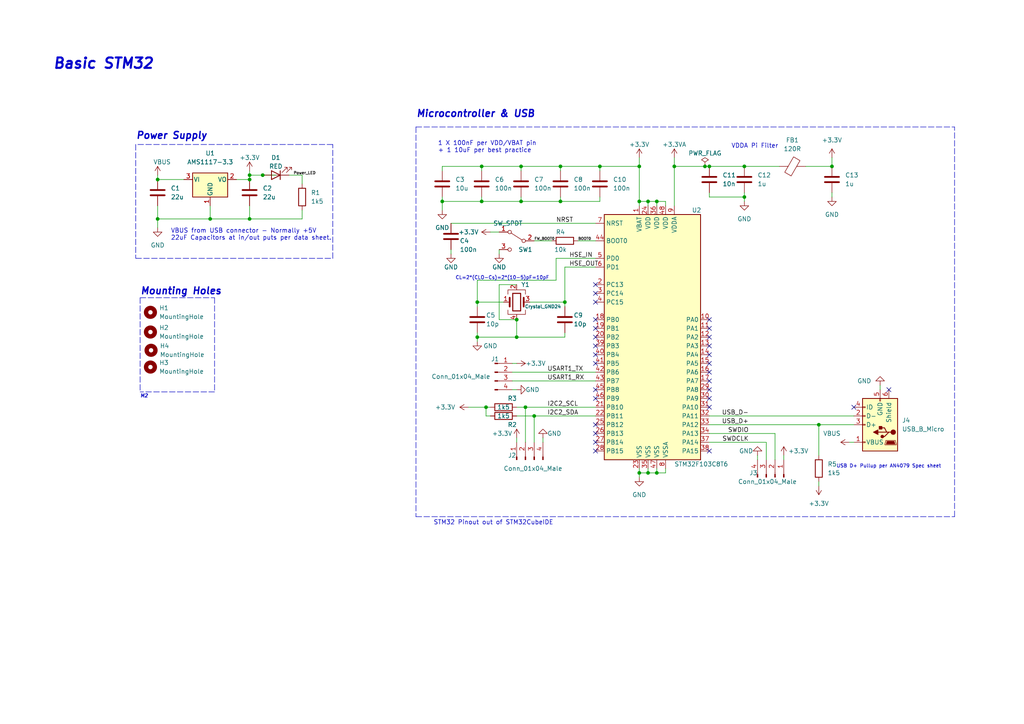
<source format=kicad_sch>
(kicad_sch (version 20211123) (generator eeschema)
  (paper "A4")
  (title_block (title "Basic STM32 Board") (date "2022-10-02") (rev "0.1") (company "Sebastian Rincon"))
  (lib_symbols
    (symbol "Connector:Conn_01x04_Male" (pin_names (offset 1.016) hide)
      (property "Reference" "J" (at 0 5.08 0))
      (property "Value" "Conn_01x04_Male" (at 0 -7.62 0))
      (symbol "Conn_01x04_Male_1_1"
        (polyline (pts (xy 1.27 -5.08) (xy 0.8636 -5.08)) (stroke (width 0.1524)))
        (polyline (pts (xy 1.27 -2.54) (xy 0.8636 -2.54)) (stroke (width 0.1524)))
        (polyline (pts (xy 1.27 0) (xy 0.8636 0)) (stroke (width 0.1524)))
        (polyline (pts (xy 1.27 2.54) (xy 0.8636 2.54)) (stroke (width 0.1524)))
        (rectangle (start 0.8636 -4.953) (end 0 -5.207) (stroke (width 0.1524)) (fill (type outline)))
        (rectangle (start 0.8636 -2.413) (end 0 -2.667) (stroke (width 0.1524)) (fill (type outline)))
        (rectangle (start 0.8636 0.127) (end 0 -0.127) (stroke (width 0.1524)) (fill (type outline)))
        (rectangle (start 0.8636 2.667) (end 0 2.413) (stroke (width 0.1524)) (fill (type outline)))
        (pin passive line (at 5.08 2.54 180) (length 3.81) (name "Pin_1") (number "1"))
        (pin passive line (at 5.08 0 180) (length 3.81) (name "Pin_2") (number "2"))
        (pin passive line (at 5.08 -2.54 180) (length 3.81) (name "Pin_3") (number "3"))
        (pin passive line (at 5.08 -5.08 180) (length 3.81) (name "Pin_4") (number "4"))
      )
    )
    (symbol "Connector:USB_B_Micro" (pin_names (offset 1.016))
      (property "Reference" "J" (at -5.08 11.43 0))
      (property "Value" "USB_B_Micro" (at -5.08 8.89 0))
      (symbol "USB_B_Micro_0_1"
        (rectangle (start -5.08 -7.62) (end 5.08 7.62) (stroke (width 0.254)) (fill (type background)))
        (circle (center -3.81 2.159) (radius 0.635) (stroke (width 0.254)) (fill (type outline)))
        (circle (center -0.635 3.429) (radius 0.381) (stroke (width 0.254)) (fill (type outline)))
        (rectangle (start -0.127 -7.62) (end 0.127 -6.858))
        (polyline (pts (xy -1.905 2.159) (xy 0.635 2.159)) (stroke (width 0.254)))
        (polyline (pts (xy -3.175 2.159) (xy -2.54 2.159) (xy -1.27 3.429) (xy -0.635 3.429)) (stroke (width 0.254)))
        (polyline (pts (xy -2.54 2.159) (xy -1.905 2.159) (xy -1.27 0.889) (xy 0 0.889)) (stroke (width 0.254)))
        (polyline (pts (xy 0.635 2.794) (xy 0.635 1.524) (xy 1.905 2.159) (xy 0.635 2.794)) (stroke (width 0.254)) (fill (type outline)))
        (polyline (pts (xy -4.318 5.588) (xy -1.778 5.588) (xy -2.032 4.826) (xy -4.064 4.826) (xy -4.318 5.588)) (fill (type outline)))
        (polyline (pts (xy -4.699 5.842) (xy -4.699 5.588) (xy -4.445 4.826) (xy -4.445 4.572) (xy -1.651 4.572) (xy -1.651 4.826) (xy -1.397 5.588) (xy -1.397 5.842) (xy -4.699 5.842)))
        (rectangle (start 0.254 1.27) (end -0.508 0.508) (stroke (width 0.254)) (fill (type outline)))
        (rectangle (start 5.08 -5.207) (end 4.318 -4.953))
        (rectangle (start 5.08 -2.667) (end 4.318 -2.413))
        (rectangle (start 5.08 -0.127) (end 4.318 0.127))
        (rectangle (start 5.08 4.953) (end 4.318 5.207))
      )
      (symbol "USB_B_Micro_1_1"
        (pin power_out line (at 7.62 5.08 180) (length 2.54) (name "VBUS") (number "1"))
        (pin bidirectional line (at 7.62 -2.54 180) (length 2.54) (name "D-") (number "2"))
        (pin bidirectional line (at 7.62 0 180) (length 2.54) (name "D+") (number "3"))
        (pin passive line (at 7.62 -5.08 180) (length 2.54) (name "ID") (number "4"))
        (pin power_out line (at 0 -10.16 90) (length 2.54) (name "GND") (number "5"))
        (pin passive line (at -2.54 -10.16 90) (length 2.54) (name "Shield") (number "6"))
      )
    )
    (symbol "Device:C" (pin_numbers hide) (pin_names (offset 0.254))
      (property "Reference" "C" (at 0.635 2.54 0))
      (property "Value" "C" (at 0.635 -2.54 0))
      (symbol "C_0_1"
        (polyline (pts (xy -2.032 -0.762) (xy 2.032 -0.762)) (stroke (width 0.508)))
        (polyline (pts (xy -2.032 0.762) (xy 2.032 0.762)) (stroke (width 0.508)))
      )
      (symbol "C_1_1"
        (pin passive line (at 0 3.81 270) (length 2.794) (name "~") (number "1"))
        (pin passive line (at 0 -3.81 90) (length 2.794) (name "~") (number "2"))
      )
    )
    (symbol "Device:Crystal_GND24" (pin_names (offset 1.016) hide)
      (property "Reference" "Y" (at 3.175 5.08 0))
      (property "Value" "Crystal_GND24" (at 3.175 3.175 0))
      (symbol "Crystal_GND24_0_1"
        (rectangle (start -1.143 2.54) (end 1.143 -2.54) (stroke (width 0.3048)))
        (polyline (pts (xy -2.54 0) (xy -2.032 0)))
        (polyline (pts (xy -2.032 -1.27) (xy -2.032 1.27)) (stroke (width 0.508)))
        (polyline (pts (xy 0 -3.81) (xy 0 -3.556)))
        (polyline (pts (xy 0 3.556) (xy 0 3.81)))
        (polyline (pts (xy 2.032 -1.27) (xy 2.032 1.27)) (stroke (width 0.508)))
        (polyline (pts (xy 2.032 0) (xy 2.54 0)))
        (polyline (pts (xy -2.54 -2.286) (xy -2.54 -3.556) (xy 2.54 -3.556) (xy 2.54 -2.286)))
        (polyline (pts (xy -2.54 2.286) (xy -2.54 3.556) (xy 2.54 3.556) (xy 2.54 2.286)))
      )
      (symbol "Crystal_GND24_1_1"
        (pin passive line (at -3.81 0 0) (length 1.27) (name "1") (number "1"))
        (pin passive line (at 0 5.08 270) (length 1.27) (name "2") (number "2"))
        (pin passive line (at 3.81 0 180) (length 1.27) (name "3") (number "3"))
        (pin passive line (at 0 -5.08 90) (length 1.27) (name "4") (number "4"))
      )
    )
    (symbol "Device:FerriteBead" (pin_numbers hide) (pin_names (offset 0))
      (property "Reference" "FB" (at -3.81 0.635 90))
      (property "Value" "FerriteBead" (at 3.81 0 90))
      (symbol "FerriteBead_0_1"
        (polyline (pts (xy 0 -1.27) (xy 0 -1.2192)))
        (polyline (pts (xy 0 1.27) (xy 0 1.2954)))
        (polyline (pts (xy -2.7686 0.4064) (xy -1.7018 2.2606) (xy 2.7686 -0.3048) (xy 1.6764 -2.159) (xy -2.7686 0.4064)))
      )
      (symbol "FerriteBead_1_1"
        (pin passive line (at 0 3.81 270) (length 2.54) (name "~") (number "1"))
        (pin passive line (at 0 -3.81 90) (length 2.54) (name "~") (number "2"))
      )
    )
    (symbol "Device:LED" (pin_numbers hide) (pin_names (offset 1.016) hide)
      (property "Reference" "D" (at 0 2.54 0))
      (property "Value" "LED" (at 0 -2.54 0))
      (symbol "LED_0_1"
        (polyline (pts (xy -1.27 -1.27) (xy -1.27 1.27)) (stroke (width 0.254)))
        (polyline (pts (xy -1.27 0) (xy 1.27 0)))
        (polyline (pts (xy 1.27 -1.27) (xy 1.27 1.27) (xy -1.27 0) (xy 1.27 -1.27)) (stroke (width 0.254)))
        (polyline (pts (xy -3.048 -0.762) (xy -4.572 -2.286) (xy -3.81 -2.286) (xy -4.572 -2.286) (xy -4.572 -1.524)))
        (polyline (pts (xy -1.778 -0.762) (xy -3.302 -2.286) (xy -2.54 -2.286) (xy -3.302 -2.286) (xy -3.302 -1.524)))
      )
      (symbol "LED_1_1"
        (pin passive line (at -3.81 0 0) (length 2.54) (name "K") (number "1"))
        (pin passive line (at 3.81 0 180) (length 2.54) (name "A") (number "2"))
      )
    )
    (symbol "Device:R" (pin_numbers hide) (pin_names (offset 0))
      (property "Reference" "R" (at 2.032 0 90))
      (property "Value" "R" (at 0 0 90))
      (symbol "R_0_1"
        (rectangle (start -1.016 -2.54) (end 1.016 2.54) (stroke (width 0.254)))
      )
      (symbol "R_1_1"
        (pin passive line (at 0 3.81 270) (length 1.27) (name "~") (number "1"))
        (pin passive line (at 0 -3.81 90) (length 1.27) (name "~") (number "2"))
      )
    )
    (symbol "MCU_ST_STM32F1:STM32F103C8Tx"
      (property "Reference" "U" (at -15.24 36.83 0))
      (property "Value" "STM32F103C8Tx" (at 7.62 36.83 0))
      (symbol "STM32F103C8Tx_0_1"
        (rectangle (start -15.24 -35.56) (end 12.7 35.56) (stroke (width 0.254)) (fill (type background)))
      )
      (symbol "STM32F103C8Tx_1_1"
        (pin power_in line (at -5.08 38.1 270) (length 2.54) (name "VBAT") (number "1"))
        (pin bidirectional line (at 15.24 5.08 180) (length 2.54) (name "PA0") (number "10"))
        (pin bidirectional line (at 15.24 2.54 180) (length 2.54) (name "PA1") (number "11"))
        (pin bidirectional line (at 15.24 0 180) (length 2.54) (name "PA2") (number "12"))
        (pin bidirectional line (at 15.24 -2.54 180) (length 2.54) (name "PA3") (number "13"))
        (pin bidirectional line (at 15.24 -5.08 180) (length 2.54) (name "PA4") (number "14"))
        (pin bidirectional line (at 15.24 -7.62 180) (length 2.54) (name "PA5") (number "15"))
        (pin bidirectional line (at 15.24 -10.16 180) (length 2.54) (name "PA6") (number "16"))
        (pin bidirectional line (at 15.24 -12.7 180) (length 2.54) (name "PA7") (number "17"))
        (pin bidirectional line (at -17.78 5.08 0) (length 2.54) (name "PB0") (number "18"))
        (pin bidirectional line (at -17.78 2.54 0) (length 2.54) (name "PB1") (number "19"))
        (pin bidirectional line (at -17.78 15.24 0) (length 2.54) (name "PC13") (number "2"))
        (pin bidirectional line (at -17.78 0 0) (length 2.54) (name "PB2") (number "20"))
        (pin bidirectional line (at -17.78 -20.32 0) (length 2.54) (name "PB10") (number "21"))
        (pin bidirectional line (at -17.78 -22.86 0) (length 2.54) (name "PB11") (number "22"))
        (pin power_in line (at -5.08 -38.1 90) (length 2.54) (name "VSS") (number "23"))
        (pin power_in line (at -2.54 38.1 270) (length 2.54) (name "VDD") (number "24"))
        (pin bidirectional line (at -17.78 -25.4 0) (length 2.54) (name "PB12") (number "25"))
        (pin bidirectional line (at -17.78 -27.94 0) (length 2.54) (name "PB13") (number "26"))
        (pin bidirectional line (at -17.78 -30.48 0) (length 2.54) (name "PB14") (number "27"))
        (pin bidirectional line (at -17.78 -33.02 0) (length 2.54) (name "PB15") (number "28"))
        (pin bidirectional line (at 15.24 -15.24 180) (length 2.54) (name "PA8") (number "29"))
        (pin bidirectional line (at -17.78 12.7 0) (length 2.54) (name "PC14") (number "3"))
        (pin bidirectional line (at 15.24 -17.78 180) (length 2.54) (name "PA9") (number "30"))
        (pin bidirectional line (at 15.24 -20.32 180) (length 2.54) (name "PA10") (number "31"))
        (pin bidirectional line (at 15.24 -22.86 180) (length 2.54) (name "PA11") (number "32"))
        (pin bidirectional line (at 15.24 -25.4 180) (length 2.54) (name "PA12") (number "33"))
        (pin bidirectional line (at 15.24 -27.94 180) (length 2.54) (name "PA13") (number "34"))
        (pin power_in line (at -2.54 -38.1 90) (length 2.54) (name "VSS") (number "35"))
        (pin power_in line (at 0 38.1 270) (length 2.54) (name "VDD") (number "36"))
        (pin bidirectional line (at 15.24 -30.48 180) (length 2.54) (name "PA14") (number "37"))
        (pin bidirectional line (at 15.24 -33.02 180) (length 2.54) (name "PA15") (number "38"))
        (pin bidirectional line (at -17.78 -2.54 0) (length 2.54) (name "PB3") (number "39"))
        (pin bidirectional line (at -17.78 10.16 0) (length 2.54) (name "PC15") (number "4"))
        (pin bidirectional line (at -17.78 -5.08 0) (length 2.54) (name "PB4") (number "40"))
        (pin bidirectional line (at -17.78 -7.62 0) (length 2.54) (name "PB5") (number "41"))
        (pin bidirectional line (at -17.78 -10.16 0) (length 2.54) (name "PB6") (number "42"))
        (pin bidirectional line (at -17.78 -12.7 0) (length 2.54) (name "PB7") (number "43"))
        (pin input line (at -17.78 27.94 0) (length 2.54) (name "BOOT0") (number "44"))
        (pin bidirectional line (at -17.78 -15.24 0) (length 2.54) (name "PB8") (number "45"))
        (pin bidirectional line (at -17.78 -17.78 0) (length 2.54) (name "PB9") (number "46"))
        (pin power_in line (at 0 -38.1 90) (length 2.54) (name "VSS") (number "47"))
        (pin power_in line (at 2.54 38.1 270) (length 2.54) (name "VDD") (number "48"))
        (pin input line (at -17.78 22.86 0) (length 2.54) (name "PD0") (number "5"))
        (pin input line (at -17.78 20.32 0) (length 2.54) (name "PD1") (number "6"))
        (pin input line (at -17.78 33.02 0) (length 2.54) (name "NRST") (number "7"))
        (pin power_in line (at 2.54 -38.1 90) (length 2.54) (name "VSSA") (number "8"))
        (pin power_in line (at 5.08 38.1 270) (length 2.54) (name "VDDA") (number "9"))
      )
    )
    (symbol "Mechanical:MountingHole" (pin_names (offset 1.016))
      (property "Reference" "H" (at 0 5.08 0))
      (property "Value" "MountingHole" (at 0 3.175 0))
      (symbol "MountingHole_0_1"
        (circle (center 0 0) (radius 1.27) (stroke (width 1.27)))
      )
    )
    (symbol "Regulator_Linear:AMS1117-3.3" (pin_names (offset 0.254))
      (property "Reference" "U" (at -3.81 3.175 0))
      (property "Value" "AMS1117-3.3" (at 0 3.175 0))
      (symbol "AMS1117-3.3_0_1"
        (rectangle (start -5.08 -5.08) (end 5.08 1.905) (stroke (width 0.254)) (fill (type background)))
      )
      (symbol "AMS1117-3.3_1_1"
        (pin power_in line (at 0 -7.62 90) (length 2.54) (name "GND") (number "1"))
        (pin power_out line (at 7.62 0 180) (length 2.54) (name "VO") (number "2"))
        (pin power_in line (at -7.62 0 0) (length 2.54) (name "VI") (number "3"))
      )
    )
    (symbol "Switch:SW_SPDT" (pin_names (offset 0) hide)
      (property "Reference" "SW" (at 0 4.318 0))
      (property "Value" "SW_SPDT" (at 0 -5.08 0))
      (symbol "SW_SPDT_0_0"
        (circle (center -2.032 0) (radius 0.508))
        (circle (center 2.032 -2.54) (radius 0.508))
      )
      (symbol "SW_SPDT_0_1"
        (polyline (pts (xy -1.524 0.254) (xy 1.651 2.286)))
        (circle (center 2.032 2.54) (radius 0.508))
      )
      (symbol "SW_SPDT_1_1"
        (pin passive line (at 5.08 2.54 180) (length 2.54) (name "A") (number "1"))
        (pin passive line (at -5.08 0 0) (length 2.54) (name "B") (number "2"))
        (pin passive line (at 5.08 -2.54 180) (length 2.54) (name "C") (number "3"))
      )
    )
    (symbol "power:+3.3V" (power) (pin_names (offset 0))
      (property "Value" "+3.3V" (at 0 3.556 0))
      (symbol "+3.3V_0_1"
        (polyline (pts (xy -0.762 1.27) (xy 0 2.54)))
        (polyline (pts (xy 0 0) (xy 0 2.54)))
        (polyline (pts (xy 0 2.54) (xy 0.762 1.27)))
      )
      (symbol "+3.3V_1_1"
        (pin power_in line (at 0 0 90) (length 0) hide (name "+3.3V") (number "1"))
      )
    )
    (symbol "power:+3.3VA" (power) (pin_names (offset 0))
      (property "Value" "+3.3VA" (at 0 3.556 0))
      (symbol "+3.3VA_0_1"
        (polyline (pts (xy -0.762 1.27) (xy 0 2.54)))
        (polyline (pts (xy 0 0) (xy 0 2.54)))
        (polyline (pts (xy 0 2.54) (xy 0.762 1.27)))
      )
      (symbol "+3.3VA_1_1"
        (pin power_in line (at 0 0 90) (length 0) hide (name "+3.3VA") (number "1"))
      )
    )
    (symbol "power:GND" (power) (pin_names (offset 0))
      (property "Value" "GND" (at 0 -3.81 0))
      (symbol "GND_0_1"
        (polyline (pts (xy 0 0) (xy 0 -1.27) (xy 1.27 -1.27) (xy 0 -2.54) (xy -1.27 -1.27) (xy 0 -1.27)))
      )
      (symbol "GND_1_1"
        (pin power_in line (at 0 0 270) (length 0) hide (name "GND") (number "1"))
      )
    )
    (symbol "power:PWR_FLAG" (power) (pin_numbers hide) (pin_names (offset 0) hide)
      (property "Value" "PWR_FLAG" (at 0 3.81 0))
      (symbol "PWR_FLAG_0_0"
        (pin power_out line (at 0 0 90) (length 0) (name "pwr") (number "1"))
      )
      (symbol "PWR_FLAG_0_1"
        (polyline (pts (xy 0 0) (xy 0 1.27) (xy -1.016 1.905) (xy 0 2.54) (xy 1.016 1.905) (xy 0 1.27)))
      )
    )
    (symbol "power:VBUS" (power) (pin_names (offset 0))
      (property "Value" "VBUS" (at 0 3.81 0))
      (symbol "VBUS_0_1"
        (polyline (pts (xy -0.762 1.27) (xy 0 2.54)))
        (polyline (pts (xy 0 0) (xy 0 2.54)))
        (polyline (pts (xy 0 2.54) (xy 0.762 1.27)))
      )
      (symbol "VBUS_1_1"
        (pin power_in line (at 0 0 90) (length 0) hide (name "VBUS") (number "1"))
      )
    )
  )
  (junction (at 163.83 87.63))
  (junction (at 154.94 120.65))
  (junction (at 149.86 97.79))
  (junction (at 190.5 58.42))
  (junction (at 151.13 48.26))
  (junction (at 151.13 58.42))
  (junction (at 128.27 58.42))
  (junction (at 162.56 58.42))
  (junction (at 139.7 58.42))
  (junction (at 185.42 48.26))
  (junction (at 187.96 58.42))
  (junction (at 215.9 57.15))
  (junction (at 162.56 48.26))
  (junction (at 72.39 50.8))
  (junction (at 45.72 52.07))
  (junction (at 215.9 48.26))
  (junction (at 152.4 118.11))
  (junction (at 204.47 48.26))
  (junction (at 241.3 48.26))
  (junction (at 195.58 48.26))
  (junction (at 140.97 118.11))
  (junction (at 138.43 97.79))
  (junction (at 237.49 123.19))
  (junction (at 72.39 52.07))
  (junction (at 173.99 48.26))
  (junction (at 187.96 137.16))
  (junction (at 60.96 63.5))
  (junction (at 138.43 87.63))
  (junction (at 72.39 63.5))
  (junction (at 149.86 92.71))
  (junction (at 185.42 137.16))
  (junction (at 76.2 50.8))
  (junction (at 139.7 48.26))
  (junction (at 205.74 48.26))
  (junction (at 45.72 63.5))
  (junction (at 185.42 58.42))
  (junction (at 190.5 137.16))
  (no_connect (at 205.74 102.87))
  (no_connect (at 172.72 105.41))
  (no_connect (at 205.74 115.57))
  (no_connect (at 205.74 97.79))
  (no_connect (at 205.74 110.49))
  (no_connect (at 172.72 102.87))
  (no_connect (at 247.65 118.11))
  (no_connect (at 205.74 107.95))
  (no_connect (at 172.72 128.27))
  (no_connect (at 205.74 130.81))
  (no_connect (at 205.74 118.11))
  (no_connect (at 205.74 92.71))
  (no_connect (at 205.74 105.41))
  (no_connect (at 172.72 97.79))
  (no_connect (at 257.81 113.03))
  (no_connect (at 205.74 100.33))
  (no_connect (at 172.72 123.19))
  (no_connect (at 205.74 113.03))
  (no_connect (at 172.72 95.25))
  (no_connect (at 205.74 95.25))
  (no_connect (at 172.72 82.55))
  (no_connect (at 172.72 85.09))
  (no_connect (at 172.72 87.63))
  (no_connect (at 172.72 92.71))
  (no_connect (at 172.72 115.57))
  (no_connect (at 172.72 130.81))
  (no_connect (at 172.72 125.73))
  (no_connect (at 172.72 100.33))
  (no_connect (at 172.72 113.03))
  (wire (pts (xy 215.9 57.15) (xy 215.9 58.42)))
  (wire (pts (xy 154.94 69.85) (xy 160.02 69.85)))
  (wire (pts (xy 139.7 48.26) (xy 139.7 49.53)))
  (wire (pts (xy 60.96 59.69) (xy 60.96 63.5)))
  (wire (pts (xy 128.27 58.42) (xy 139.7 58.42)))
  (wire (pts (xy 237.49 123.19) (xy 247.65 123.19)))
  (wire (pts (xy 151.13 58.42) (xy 162.56 58.42)))
  (wire (pts (xy 72.39 63.5) (xy 87.63 63.5)))
  (wire (pts (xy 130.81 72.39) (xy 130.81 73.66)))
  (wire (pts (xy 72.39 50.8) (xy 72.39 52.07)))
  (wire (pts (xy 161.29 81.28) (xy 138.43 81.28)))
  (wire (pts (xy 138.43 97.79) (xy 138.43 96.52)))
  (wire (pts (xy 193.04 137.16) (xy 193.04 135.89)))
  (wire (pts (xy 76.2 50.8) (xy 80.01 50.8)))
  (polyline (pts (xy 276.86 149.86) (xy 276.86 36.83)))
  (wire (pts (xy 190.5 137.16) (xy 193.04 137.16)))
  (wire (pts (xy 163.83 77.47) (xy 172.72 77.47)))
  (wire (pts (xy 128.27 48.26) (xy 128.27 49.53)))
  (wire (pts (xy 138.43 87.63) (xy 146.05 87.63)))
  (wire (pts (xy 144.78 72.39) (xy 144.78 73.66)))
  (wire (pts (xy 237.49 139.7) (xy 237.49 140.97)))
  (wire (pts (xy 255.27 111.76) (xy 255.27 113.03)))
  (wire (pts (xy 185.42 137.16) (xy 185.42 135.89)))
  (wire (pts (xy 139.7 58.42) (xy 151.13 58.42)))
  (wire (pts (xy 227.33 132.08) (xy 227.33 133.35)))
  (wire (pts (xy 205.74 57.15) (xy 215.9 57.15)))
  (wire (pts (xy 162.56 58.42) (xy 162.56 57.15)))
  (wire (pts (xy 187.96 58.42) (xy 190.5 58.42)))
  (wire (pts (xy 167.64 69.85) (xy 172.72 69.85)))
  (wire (pts (xy 193.04 58.42) (xy 193.04 59.69)))
  (wire (pts (xy 185.42 48.26) (xy 185.42 58.42)))
  (wire (pts (xy 162.56 48.26) (xy 162.56 49.53)))
  (wire (pts (xy 153.67 87.63) (xy 163.83 87.63)))
  (wire (pts (xy 142.24 67.31) (xy 144.78 67.31)))
  (polyline (pts (xy 96.52 74.93) (xy 96.52 74.93)))
  (polyline (pts (xy 96.52 74.93) (xy 96.52 41.91)))
  (wire (pts (xy 149.86 105.41) (xy 148.59 105.41)))
  (wire (pts (xy 157.48 127) (xy 157.48 128.27)))
  (wire (pts (xy 173.99 49.53) (xy 173.99 48.26)))
  (wire (pts (xy 45.72 52.07) (xy 53.34 52.07)))
  (wire (pts (xy 72.39 63.5) (xy 60.96 63.5)))
  (wire (pts (xy 149.86 120.65) (xy 154.94 120.65)))
  (wire (pts (xy 154.94 128.27) (xy 154.94 120.65)))
  (wire (pts (xy 60.96 63.5) (xy 45.72 63.5)))
  (wire (pts (xy 222.25 128.27) (xy 222.25 133.35)))
  (wire (pts (xy 138.43 97.79) (xy 138.43 99.06)))
  (wire (pts (xy 173.99 48.26) (xy 185.42 48.26)))
  (wire (pts (xy 162.56 58.42) (xy 173.99 58.42)))
  (wire (pts (xy 215.9 57.15) (xy 215.9 55.88)))
  (polyline (pts (xy 120.65 149.86) (xy 276.86 149.86)))
  (wire (pts (xy 187.96 135.89) (xy 187.96 137.16)))
  (wire (pts (xy 205.74 128.27) (xy 222.25 128.27)))
  (wire (pts (xy 241.3 55.88) (xy 241.3 57.15)))
  (wire (pts (xy 45.72 63.5) (xy 45.72 66.04)))
  (polyline (pts (xy 39.37 41.91) (xy 39.37 74.93)))
  (wire (pts (xy 233.68 48.26) (xy 241.3 48.26)))
  (polyline (pts (xy 120.65 36.83) (xy 120.65 149.86)))
  (polyline (pts (xy 40.64 86.36) (xy 40.64 113.665)))
  (wire (pts (xy 185.42 138.43) (xy 185.42 137.16)))
  (wire (pts (xy 152.4 118.11) (xy 172.72 118.11)))
  (wire (pts (xy 205.74 57.15) (xy 205.74 55.88)))
  (wire (pts (xy 219.71 132.08) (xy 219.71 133.35)))
  (wire (pts (xy 162.56 48.26) (xy 173.99 48.26)))
  (wire (pts (xy 45.72 59.69) (xy 45.72 63.5)))
  (wire (pts (xy 246.38 128.27) (xy 247.65 128.27)))
  (wire (pts (xy 205.74 125.73) (xy 224.79 125.73)))
  (wire (pts (xy 205.74 123.19) (xy 237.49 123.19)))
  (wire (pts (xy 68.58 52.07) (xy 72.39 52.07)))
  (wire (pts (xy 140.97 118.11) (xy 142.24 118.11)))
  (wire (pts (xy 148.59 110.49) (xy 172.72 110.49)))
  (wire (pts (xy 144.78 92.71) (xy 149.86 92.71)))
  (wire (pts (xy 139.7 58.42) (xy 139.7 57.15)))
  (wire (pts (xy 190.5 58.42) (xy 190.5 59.69)))
  (wire (pts (xy 205.74 48.26) (xy 215.9 48.26)))
  (wire (pts (xy 185.42 45.72) (xy 185.42 48.26)))
  (wire (pts (xy 72.39 50.8) (xy 76.2 50.8)))
  (wire (pts (xy 149.86 113.03) (xy 148.59 113.03)))
  (wire (pts (xy 224.79 125.73) (xy 224.79 133.35)))
  (wire (pts (xy 45.72 50.8) (xy 45.72 52.07)))
  (wire (pts (xy 139.7 48.26) (xy 151.13 48.26)))
  (wire (pts (xy 185.42 137.16) (xy 187.96 137.16)))
  (wire (pts (xy 190.5 135.89) (xy 190.5 137.16)))
  (wire (pts (xy 149.86 92.71) (xy 149.86 97.79)))
  (wire (pts (xy 138.43 97.79) (xy 149.86 97.79)))
  (wire (pts (xy 151.13 48.26) (xy 151.13 49.53)))
  (wire (pts (xy 144.78 82.55) (xy 144.78 92.71)))
  (wire (pts (xy 195.58 48.26) (xy 204.47 48.26)))
  (wire (pts (xy 190.5 58.42) (xy 193.04 58.42)))
  (wire (pts (xy 151.13 58.42) (xy 151.13 57.15)))
  (wire (pts (xy 195.58 59.69) (xy 195.58 48.26)))
  (wire (pts (xy 128.27 48.26) (xy 139.7 48.26)))
  (wire (pts (xy 128.27 58.42) (xy 128.27 60.96)))
  (polyline (pts (xy 39.37 74.93) (xy 96.52 74.93)))
  (wire (pts (xy 149.86 118.11) (xy 152.4 118.11)))
  (wire (pts (xy 173.99 58.42) (xy 173.99 57.15)))
  (wire (pts (xy 163.83 88.9) (xy 163.83 87.63)))
  (wire (pts (xy 163.83 97.79) (xy 163.83 96.52)))
  (wire (pts (xy 187.96 58.42) (xy 187.96 59.69)))
  (wire (pts (xy 185.42 58.42) (xy 187.96 58.42)))
  (wire (pts (xy 161.29 74.93) (xy 172.72 74.93)))
  (wire (pts (xy 154.94 120.65) (xy 172.72 120.65)))
  (wire (pts (xy 204.47 48.26) (xy 205.74 48.26)))
  (wire (pts (xy 142.24 120.65) (xy 140.97 120.65)))
  (wire (pts (xy 83.82 50.8) (xy 87.63 50.8)))
  (wire (pts (xy 148.59 107.95) (xy 172.72 107.95)))
  (wire (pts (xy 187.96 137.16) (xy 190.5 137.16)))
  (wire (pts (xy 149.86 97.79) (xy 163.83 97.79)))
  (wire (pts (xy 215.9 48.26) (xy 226.06 48.26)))
  (wire (pts (xy 72.39 59.69) (xy 72.39 63.5)))
  (wire (pts (xy 149.86 82.55) (xy 144.78 82.55)))
  (wire (pts (xy 140.97 120.65) (xy 140.97 118.11)))
  (wire (pts (xy 151.13 48.26) (xy 162.56 48.26)))
  (wire (pts (xy 241.3 48.26) (xy 241.3 45.72)))
  (wire (pts (xy 135.89 118.11) (xy 140.97 118.11)))
  (polyline (pts (xy 62.23 86.36) (xy 62.23 113.665)))
  (polyline (pts (xy 62.23 113.665) (xy 40.64 113.665)))
  (wire (pts (xy 205.74 120.65) (xy 247.65 120.65)))
  (wire (pts (xy 87.63 60.96) (xy 87.63 63.5)))
  (wire (pts (xy 138.43 87.63) (xy 138.43 88.9)))
  (wire (pts (xy 72.39 49.53) (xy 72.39 50.8)))
  (wire (pts (xy 149.86 127) (xy 149.86 128.27)))
  (wire (pts (xy 138.43 81.28) (xy 138.43 87.63)))
  (polyline (pts (xy 40.64 86.36) (xy 62.23 86.36)))
  (polyline (pts (xy 120.65 36.83) (xy 276.86 36.83)))
  (wire (pts (xy 152.4 118.11) (xy 152.4 128.27)))
  (wire (pts (xy 185.42 58.42) (xy 185.42 59.69)))
  (polyline (pts (xy 96.52 41.91) (xy 39.37 41.91)))
  (wire (pts (xy 128.27 58.42) (xy 128.27 57.15)))
  (wire (pts (xy 161.29 74.93) (xy 161.29 81.28)))
  (wire (pts (xy 130.81 64.77) (xy 172.72 64.77)))
  (wire (pts (xy 87.63 50.8) (xy 87.63 53.34)))
  (wire (pts (xy 163.83 87.63) (xy 163.83 77.47)))
  (wire (pts (xy 195.58 48.26) (xy 195.58 45.72)))
  (wire (pts (xy 237.49 132.08) (xy 237.49 123.19)))
  (text "Microcontroller & USB" (at 120.65 34.29 0) (effects (font (size 2 2) bold italic) (justify left bottom)))
  (text "VDDA Pi Filter" (at 212.09 43.18 0) (effects (font (size 1.27 1.27)) (justify left bottom)))
  (text "Mounting Holes" (at 40.64 85.725 0) (effects (font (size 2 2) bold italic) (justify left bottom)))
  (text "VBUS from USB connector - Normally +5V\n22uF Capacitors at in/out puts per data sheet." (at 49.53 69.85 0) (effects (font (size 1.27 1.27)) (justify left bottom)))
  (text "STM32 Pinout out of STM32CubeIDE" (at 125.73 152.4 0) (effects (font (size 1.27 1.27)) (justify left bottom)))
  (text "M2\n" (at 40.64 115.57 0) (effects (font (size 1 1) bold italic) (justify left bottom)))
  (text "Basic STM32\n" (at 15.24 20.32 0) (effects (font (size 3 3) bold italic) (justify left bottom)))
  (text "1 X 100nF per VDD/VBAT pin\n+ 1 10uF per best practice" (at 127 44.45 0) (effects (font (size 1.27 1.27)) (justify left bottom)))
  (text "CL=2*(CLO-Cs)=2*(10-5)pF=10pF" (at 132.08 81.28 0) (effects (font (size 1 1)) (justify left bottom)))
  (text "Power Supply" (at 39.37 40.64 0) (effects (font (size 2 2) bold italic) (justify left bottom)))
  (text "USB D+ Pullup per AN4079 Spec sheet" (at 242.57 135.89 0) (effects (font (size 1 1)) (justify left bottom)))
  (label "SWDIO" (at 217.17 125.73 180))
  (label "Power_LED" (at 85.09 50.8 0) (effects (font (size 0.8 0.8))))
  (label "USART1_RX" (at 158.75 110.49 0))
  (label "USB_D-" (at 217.17 120.65 180))
  (label "SWDCLK" (at 217.17 128.27 180))
  (label "HSE_OUT" (at 165.1 77.47 0))
  (label "USART1_TX" (at 158.75 107.95 0))
  (label "I2C2_SCL" (at 158.75 118.11 0))
  (label "BOOT0" (at 167.64 69.85 0) (effects (font (size 0.762 0.762))))
  (label "FW_BOOT0" (at 154.94 69.85 0) (effects (font (size 0.762 0.762))))
  (label "HSE_IN" (at 165.1 74.93 0))
  (label "NRST" (at 161.29 64.77 0))
  (label "I2C2_SDA" (at 158.75 120.65 0))
  (label "USB_D+" (at 217.17 123.19 180))
  (symbol (lib_id "Device:C") (at 139.7 53.34 0) (unit 1)
    (property "Reference" "C6" (at 143.51 52.07 0) (effects (justify left)))
    (property "Value" "100n" (at 143.51 54.6099 0) (effects (justify left)))
    (property "Footprint" "Capacitor_SMD:C_0402_1005Metric" (effects hide))
  )
  (symbol (lib_id "Device:C") (at 241.3 52.07 0) (unit 1)
    (property "Reference" "C13" (at 245.11 50.7999 0) (effects (justify left)))
    (property "Value" "1u" (at 245.11 53.3399 0) (effects (justify left)))
    (property "Footprint" "Capacitor_SMD:C_0402_1005Metric" (effects hide))
  )
  (symbol (lib_id "power:GND") (at 128.27 60.96 0) (unit 1)
    (property "Reference" "#PWR04" (effects hide))
    (property "Value" "GND" (at 128.27 66.04 0))
  )
  (symbol (lib_id "power:VBUS") (at 45.72 50.8 0) (unit 1)
    (property "Reference" "#PWR01" (effects hide))
    (property "Value" "VBUS" (at 44.45 46.99 0) (effects (justify left)))
  )
  (symbol (lib_id "Device:C") (at 173.99 53.34 0) (unit 1)
    (property "Reference" "C10" (at 177.8 52.0699 0) (effects (justify left)))
    (property "Value" "100n" (at 177.8 54.6099 0) (effects (justify left)))
    (property "Footprint" "Capacitor_SMD:C_0402_1005Metric" (effects hide))
  )
  (symbol (lib_id "power:+3.3V") (at 227.33 132.08 0) (unit 1)
    (property "Reference" "#PWR019" (effects hide))
    (property "Value" "+3.3V" (at 228.6 130.81 0) (effects (justify left)))
  )
  (symbol (lib_id "Mechanical:MountingHole") (at 43.6336 106.463 0) (unit 1)
    (property "Reference" "H3" (at 46.1736 105.1929 0) (effects (justify left)))
    (property "Value" "MountingHole" (at 46.1736 107.7329 0) (effects (justify left)))
    (property "Footprint" "MountingHole:MountingHole_2.2mm_M2" (effects hide))
  )
  (symbol (lib_id "Device:R") (at 163.83 69.85 90) (unit 1)
    (property "Reference" "R4" (at 162.56 67.31 90))
    (property "Value" "10k" (at 162.56 72.39 90))
    (property "Footprint" "Resistor_SMD:R_0402_1005Metric" (effects hide))
  )
  (symbol (lib_id "power:GND") (at 219.71 132.08 0) (mirror x) (unit 1)
    (property "Reference" "#PWR018" (effects hide))
    (property "Value" "GND" (at 218.44 130.81 0) (effects (justify right)))
  )
  (symbol (lib_id "Connector:Conn_01x04_Male") (at 152.4 133.35 90) (unit 1)
    (property "Reference" "J2" (at 147.32 132.08 90) (effects (justify right)))
    (property "Value" "Conn_01x04_Male" (at 146.05 135.89 90) (effects (justify right)))
    (property "Footprint" "Connector_PinHeader_2.00mm:PinHeader_1x04_P2.00mm_Vertical" (effects hide))
  )
  (symbol (lib_id "Device:R") (at 237.49 135.89 0) (unit 1)
    (property "Reference" "R5" (at 240.03 134.6199 0) (effects (justify left)))
    (property "Value" "1k5" (at 240.03 137.1599 0) (effects (justify left)))
    (property "Footprint" "Resistor_SMD:R_0402_1005Metric" (effects hide))
  )
  (symbol (lib_id "power:GND") (at 45.72 66.04 0) (unit 1)
    (property "Reference" "#PWR02" (effects hide))
    (property "Value" "GND" (at 45.72 71.12 0))
  )
  (symbol (lib_id "Device:FerriteBead") (at 229.87 48.26 90) (unit 1)
    (property "Reference" "FB1" (at 229.8192 40.64 90))
    (property "Value" "120R" (at 229.8192 43.18 90))
    (property "Footprint" "Inductor_SMD:L_0603_1608Metric" (effects hide))
  )
  (symbol (lib_id "power:GND") (at 130.81 73.66 0) (unit 1)
    (property "Reference" "#PWR05" (effects hide))
    (property "Value" "GND" (at 130.81 77.47 0))
  )
  (symbol (lib_id "power:+3.3V") (at 149.86 105.41 270) (mirror x) (unit 1)
    (property "Reference" "#PWR010" (effects hide))
    (property "Value" "+3.3V" (at 152.4 105.41 90) (effects (justify left)))
  )
  (symbol (lib_id "Connector:Conn_01x04_Male") (at 224.79 138.43 270) (mirror x) (unit 1)
    (property "Reference" "J3" (at 219.71 137.16 90) (effects (justify right)))
    (property "Value" "Conn_01x04_Male" (at 231.14 139.7 90) (effects (justify right)))
    (property "Footprint" "Connector_PinHeader_2.00mm:PinHeader_1x04_P2.00mm_Vertical" (effects hide))
  )
  (symbol (lib_id "power:+3.3V") (at 135.89 118.11 90) (unit 1)
    (property "Reference" "#PWR06" (effects hide))
    (property "Value" "+3.3V" (at 132.08 118.1099 90) (effects (justify left)))
  )
  (symbol (lib_id "Device:C") (at 215.9 52.07 0) (unit 1)
    (property "Reference" "C12" (at 219.71 50.7999 0) (effects (justify left)))
    (property "Value" "1u" (at 219.71 53.3399 0) (effects (justify left)))
    (property "Footprint" "Capacitor_SMD:C_0402_1005Metric" (effects hide))
  )
  (symbol (lib_id "Device:C") (at 205.74 52.07 0) (unit 1)
    (property "Reference" "C11" (at 209.55 50.7999 0) (effects (justify left)))
    (property "Value" "10n" (at 209.55 53.3399 0) (effects (justify left)))
    (property "Footprint" "Capacitor_SMD:C_0402_1005Metric" (effects hide))
  )
  (symbol (lib_id "Device:R") (at 146.05 120.65 90) (unit 1)
    (property "Reference" "R3" (at 148.59 115.57 90))
    (property "Value" "1k5" (at 146.05 120.65 90))
    (property "Footprint" "Resistor_SMD:R_0402_1005Metric" (effects hide))
  )
  (symbol (lib_id "Device:C") (at 45.72 55.88 0) (unit 1)
    (property "Reference" "C1" (at 49.53 54.6099 0) (effects (justify left)))
    (property "Value" "22u" (at 49.53 57.1499 0) (effects (justify left)))
    (property "Footprint" "Capacitor_SMD:C_0805_2012Metric" (effects hide))
  )
  (symbol (lib_id "Device:C") (at 128.27 53.34 0) (unit 1)
    (property "Reference" "C3" (at 132.08 52.0699 0) (effects (justify left)))
    (property "Value" "10u" (at 132.08 54.6099 0) (effects (justify left)))
    (property "Footprint" "Capacitor_SMD:C_0603_1608Metric" (effects hide))
  )
  (symbol (lib_id "power:PWR_FLAG") (at 204.47 48.26 0) (unit 1)
    (property "Reference" "#FLG0101" (effects hide))
    (property "Value" "PWR_FLAG" (at 204.47 44.45 0))
  )
  (symbol (lib_id "Device:R") (at 87.63 57.15 0) (unit 1)
    (property "Reference" "R1" (at 90.17 55.8799 0) (effects (justify left)))
    (property "Value" "1k5" (at 90.17 58.4199 0) (effects (justify left)))
    (property "Footprint" "Resistor_SMD:R_0402_1005Metric" (effects hide))
  )
  (symbol (lib_id "Device:C") (at 138.43 92.71 0) (unit 1)
    (property "Reference" "C5" (at 140.97 91.44 0) (effects (justify left)))
    (property "Value" "10p" (at 140.97 93.98 0) (effects (justify left)))
    (property "Footprint" "Capacitor_SMD:C_0402_1005Metric" (effects hide))
  )
  (symbol (lib_id "power:GND") (at 144.78 73.66 0) (unit 1)
    (property "Reference" "#PWR09" (effects hide))
    (property "Value" "GND" (at 144.78 77.47 0))
  )
  (symbol (lib_id "Device:C") (at 163.83 92.71 0) (unit 1)
    (property "Reference" "C9" (at 166.37 91.44 0) (effects (justify left)))
    (property "Value" "10p" (at 166.37 93.98 0) (effects (justify left)))
    (property "Footprint" "Capacitor_SMD:C_0402_1005Metric" (effects hide))
  )
  (symbol (lib_id "Switch:SW_SPDT") (at 149.86 69.85 0) (mirror y) (unit 1)
    (property "Reference" "SW1" (at 152.4 72.39 0))
    (property "Value" "SW_SPDT" (at 147.32 64.77 0))
    (property "Footprint" "Button_Switch_SMD:SW_SPDT_PCM12" (effects hide))
  )
  (symbol (lib_id "Regulator_Linear:AMS1117-3.3") (at 60.96 52.07 0) (unit 1)
    (property "Reference" "U1" (at 60.96 44.45 0))
    (property "Value" "AMS1117-3.3" (at 60.96 46.99 0))
    (property "Footprint" "Package_TO_SOT_SMD:SOT-223-3_TabPin2" (effects hide))
    (property "Datasheet" "http://www.advanced-monolithic.com/pdf/ds1117.pdf" (effects hide))
  )
  (symbol (lib_id "Device:Crystal_GND24") (at 149.86 87.63 0) (unit 1)
    (property "Reference" "Y1" (at 152.4 82.55 0))
    (property "Value" "Crystal_GND24" (at 157.48 88.9 0) (effects (font (size 0.95 0.95))))
    (property "Footprint" "Crystal:Crystal_SMD_3225-4Pin_3.2x2.5mm" (effects hide))
  )
  (symbol (lib_id "power:GND") (at 255.27 111.76 0) (mirror x) (unit 1)
    (property "Reference" "#PWR024" (effects hide))
    (property "Value" "GND" (at 252.73 110.4899 0) (effects (justify right)))
  )
  (symbol (lib_id "power:GND") (at 138.43 99.06 0) (unit 1)
    (property "Reference" "#PWR07" (effects hide))
    (property "Value" "GND" (at 142.24 100.33 0))
  )
  (symbol (lib_id "power:+3.3V") (at 149.86 127 0) (mirror y) (unit 1)
    (property "Reference" "#PWR012" (effects hide))
    (property "Value" "+3.3V" (at 148.59 125.73 0) (effects (justify left)))
  )
  (symbol (lib_id "Device:C") (at 72.39 55.88 0) (unit 1)
    (property "Reference" "C2" (at 76.2 54.6099 0) (effects (justify left)))
    (property "Value" "22u" (at 76.2 57.1499 0) (effects (justify left)))
    (property "Footprint" "Capacitor_SMD:C_0805_2012Metric" (effects hide))
  )
  (symbol (lib_id "Device:C") (at 130.81 68.58 0) (unit 1)
    (property "Reference" "C4" (at 133.35 69.85 0) (effects (justify left)))
    (property "Value" "100n" (at 133.35 72.39 0) (effects (justify left)))
    (property "Footprint" "Capacitor_SMD:C_0402_1005Metric" (effects hide))
  )
  (symbol (lib_id "Mechanical:MountingHole") (at 43.6336 90.588 0) (unit 1)
    (property "Reference" "H1" (at 46.1736 89.3179 0) (effects (justify left)))
    (property "Value" "MountingHole" (at 46.1736 91.8579 0) (effects (justify left)))
    (property "Footprint" "MountingHole:MountingHole_2.2mm_M2" (effects hide))
  )
  (symbol (lib_id "power:GND") (at 241.3 57.15 0) (unit 1)
    (property "Reference" "#PWR022" (effects hide))
    (property "Value" "GND" (at 241.3 62.23 0))
  )
  (symbol (lib_id "Device:C") (at 162.56 53.34 0) (unit 1)
    (property "Reference" "C8" (at 166.37 52.0699 0) (effects (justify left)))
    (property "Value" "100n" (at 166.37 54.6099 0) (effects (justify left)))
    (property "Footprint" "Capacitor_SMD:C_0402_1005Metric" (effects hide))
  )
  (symbol (lib_id "power:GND") (at 157.48 127 180) (unit 1)
    (property "Reference" "#PWR013" (effects hide))
    (property "Value" "GND" (at 158.75 125.73 0) (effects (justify right)))
  )
  (symbol (lib_id "power:+3.3VA") (at 195.58 45.72 0) (unit 1)
    (property "Reference" "#PWR016" (effects hide))
    (property "Value" "+3.3VA" (at 195.58 41.91 0))
  )
  (symbol (lib_id "Connector:USB_B_Micro") (at 255.27 123.19 180) (unit 1)
    (property "Reference" "J4" (at 261.62 121.9199 0) (effects (justify right)))
    (property "Value" "USB_B_Micro" (at 261.62 124.4599 0) (effects (justify right)))
    (property "Footprint" "Connector_USB:USB_Micro-B_Molex_47346-0001" (effects hide))
  )
  (symbol (lib_id "power:+3.3V") (at 142.24 67.31 90) (unit 1)
    (property "Reference" "#PWR08" (effects hide))
    (property "Value" "+3.3V" (at 135.89 67.31 90))
  )
  (symbol (lib_id "power:+3.3V") (at 185.42 45.72 0) (unit 1)
    (property "Reference" "#PWR014" (effects hide))
    (property "Value" "+3.3V" (at 185.42 41.91 0))
  )
  (symbol (lib_id "MCU_ST_STM32F1:STM32F103C8Tx") (at 190.5 97.79 0) (unit 1)
    (property "Reference" "U2" (at 200.66 60.96 0) (effects (justify left)))
    (property "Value" "STM32F103C8T6" (at 195.58 134.62 0) (effects (justify left)))
    (property "Footprint" "Package_QFP:LQFP-48_7x7mm_P0.5mm" (effects hide))
    (property "Datasheet" "http://www.st.com/st-web-ui/static/active/en/resource/technical/document/datasheet/CD00161566.pdf" (effects hide))
  )
  (symbol (lib_id "Device:LED") (at 80.01 50.8 180) (unit 1)
    (property "Reference" "D1" (at 80.01 45.72 0))
    (property "Value" "RED" (at 80.01 48.26 0))
    (property "Footprint" "LED_SMD:LED_0603_1608Metric" (effects hide))
  )
  (symbol (lib_id "power:GND") (at 215.9 58.42 0) (unit 1)
    (property "Reference" "#PWR017" (effects hide))
    (property "Value" "GND" (at 215.9 63.5 0))
  )
  (symbol (lib_id "power:GND") (at 185.42 138.43 0) (unit 1)
    (property "Reference" "#PWR015" (effects hide))
    (property "Value" "GND" (at 185.42 143.51 0))
  )
  (symbol (lib_id "Mechanical:MountingHole") (at 43.6336 96.303 0) (unit 1)
    (property "Reference" "H2" (at 46.1736 95.0329 0) (effects (justify left)))
    (property "Value" "MountingHole" (at 46.1736 97.5729 0) (effects (justify left)))
    (property "Footprint" "MountingHole:MountingHole_2.2mm_M2" (effects hide))
  )
  (symbol (lib_id "Connector:Conn_01x04_Male") (at 143.51 107.95 0) (unit 1)
    (property "Reference" "J1" (at 144.78 104.14 0) (effects (justify right)))
    (property "Value" "Conn_01x04_Male" (at 142.24 109.22 0) (effects (justify right)))
    (property "Footprint" "Connector_PinHeader_2.00mm:PinHeader_1x04_P2.00mm_Vertical" (effects hide))
  )
  (symbol (lib_id "power:+3.3V") (at 72.39 49.53 0) (unit 1)
    (property "Reference" "#PWR03" (effects hide))
    (property "Value" "+3.3V" (at 72.39 45.72 0))
  )
  (symbol (lib_id "Device:R") (at 146.05 118.11 90) (unit 1)
    (property "Reference" "R2" (at 148.59 123.19 90))
    (property "Value" "1k5" (at 146.05 118.11 90))
    (property "Footprint" "Resistor_SMD:R_0402_1005Metric" (effects hide))
  )
  (symbol (lib_id "power:VBUS") (at 246.38 128.27 90) (unit 1)
    (property "Reference" "#PWR023" (effects hide))
    (property "Value" "VBUS" (at 243.84 125.73 90) (effects (justify left)))
  )
  (symbol (lib_id "power:GND") (at 149.86 113.03 90) (unit 1)
    (property "Reference" "#PWR011" (effects hide))
    (property "Value" "GND" (at 152.4 113.03 90) (effects (justify right)))
  )
  (symbol (lib_id "Mechanical:MountingHole") (at 43.815 101.6 0) (unit 1)
    (property "Reference" "H4" (at 46.355 100.3299 0) (effects (justify left)))
    (property "Value" "MountingHole" (at 46.355 102.8699 0) (effects (justify left)))
    (property "Footprint" "MountingHole:MountingHole_2.2mm_M2" (effects hide))
  )
  (symbol (lib_id "Device:C") (at 151.13 53.34 0) (unit 1)
    (property "Reference" "C7" (at 154.94 52.0699 0) (effects (justify left)))
    (property "Value" "100n" (at 154.94 54.6099 0) (effects (justify left)))
    (property "Footprint" "Capacitor_SMD:C_0402_1005Metric" (effects hide))
  )
  (symbol (lib_id "power:+3.3V") (at 237.49 140.97 180) (unit 1)
    (property "Reference" "#PWR020" (effects hide))
    (property "Value" "+3.3V" (at 237.49 146.05 0))
  )
  (symbol (lib_id "power:+3.3V") (at 241.3 45.72 0) (unit 1)
    (property "Reference" "#PWR021" (effects hide))
    (property "Value" "+3.3V" (at 241.3 40.64 0))
  )
)
</source>
